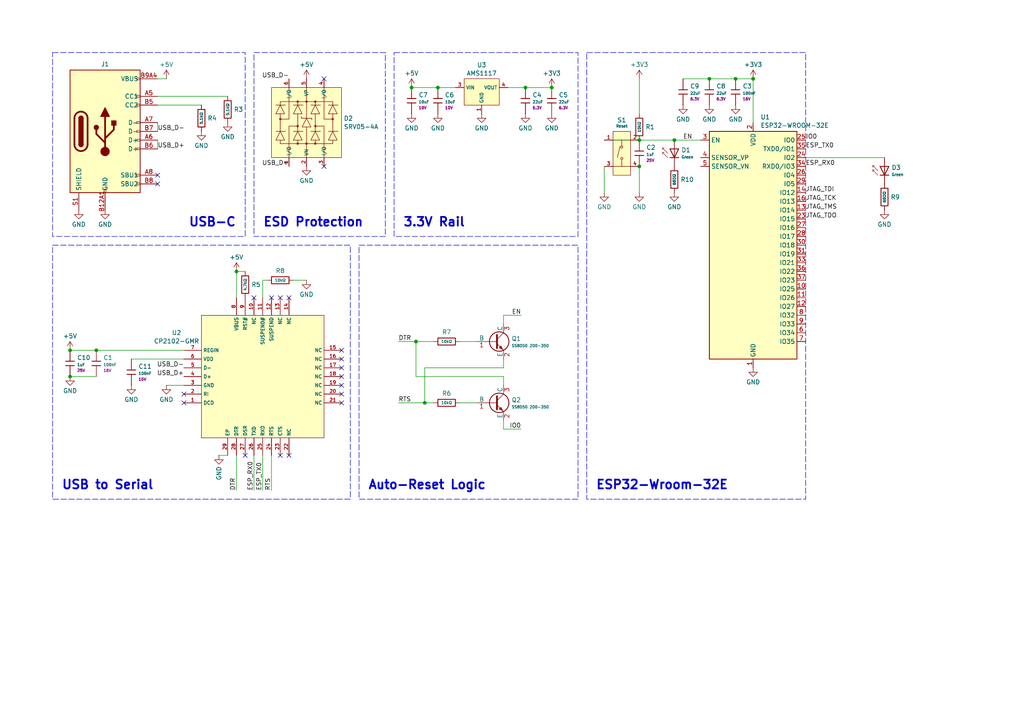
<source format=kicad_sch>
(kicad_sch (version 20250114) (generator "eeschema") (generator_version "9.0")
  (paper "A4")
  (rectangle (start 73.66 15.24) (end 111.76 68.58) (stroke (width 0) (type dash)))
  (rectangle (start 104.14 71.12) (end 167.64 144.78) (stroke (width 0) (type dash)))
  (rectangle (start 170.18 15.24) (end 233.68 144.78) (stroke (width 0) (type dash)))
  (rectangle (start 15.24 71.12) (end 101.6 144.78) (stroke (width 0) (type dash)))
  (rectangle (start 15.24 15.24) (end 71.12 68.58) (stroke (width 0) (type dash)))
  (rectangle (start 114.3 15.24) (end 167.64 68.58) (stroke (width 0) (type dash)))
  (text "Auto-Reset Logic" (at 106.68 142.24 0) (effects (font (size 2.54 2.54) (thickness 0.508) (bold yes)) (justify left bottom)))
  (text "ESP32-Wroom-32E" (at 172.72 142.24 0) (effects (font (size 2.54 2.54) (thickness 0.508) (bold yes)) (justify left bottom)))
  (text "USB-C" (at 68.58 66.04 0) (effects (font (size 2.54 2.54) (thickness 0.508) (bold yes)) (justify right bottom)))
  (text "3.3V Rail" (at 116.84 66.04 0) (effects (font (size 2.54 2.54) (thickness 0.508) (bold yes)) (justify left bottom)))
  (text "ESD Protection" (at 76.2 66.04 0) (effects (font (size 2.54 2.54) (thickness 0.508) (bold yes)) (justify left bottom)))
  (text "USB to Serial" (at 17.78 142.24 0) (effects (font (size 2.54 2.54) (thickness 0.508) (bold yes)) (justify left bottom)))
  (junction (at 218.44 22.86))
  (junction (at 27.94 101.6))
  (junction (at 127 25.4))
  (junction (at 120.65 99.06))
  (junction (at 20.32 109.22))
  (junction (at 119.38 25.4))
  (junction (at 185.42 48.26))
  (junction (at 123.19 116.84))
  (junction (at 213.36 22.86))
  (junction (at 152.4 25.4))
  (junction (at 205.74 22.86))
  (junction (at 20.32 101.6))
  (junction (at 68.58 78.74))
  (junction (at 195.58 40.64))
  (junction (at 160.02 25.4))
  (junction (at 185.42 40.64))
  (no_connect (at 78.74 86.36))
  (no_connect (at 83.82 132.08))
  (no_connect (at 83.82 86.36))
  (no_connect (at 93.98 22.86))
  (no_connect (at 99.06 109.22))
  (no_connect (at 99.06 116.84))
  (no_connect (at 53.34 116.84))
  (no_connect (at 45.72 50.8))
  (no_connect (at 99.06 114.3))
  (no_connect (at 45.72 53.34))
  (no_connect (at 99.06 106.68))
  (no_connect (at 99.06 111.76))
  (no_connect (at 93.98 48.26))
  (no_connect (at 53.34 114.3))
  (no_connect (at 73.66 86.36))
  (no_connect (at 81.28 132.08))
  (no_connect (at 71.12 132.08))
  (no_connect (at 99.06 101.6))
  (no_connect (at 99.06 104.14))
  (no_connect (at 81.28 86.36))
  (wire (pts (xy 27.94 101.6) (xy 53.34 101.6)))
  (wire (pts (xy 76.2 142.24) (xy 76.2 132.08)))
  (wire (pts (xy 45.72 27.94) (xy 66.04 27.94)))
  (wire (pts (xy 76.2 86.36) (xy 76.2 81.28)))
  (wire (pts (xy 213.36 22.86) (xy 218.44 22.86)))
  (wire (pts (xy 160.02 25.4) (xy 152.4 25.4)))
  (wire (pts (xy 146.05 111.76) (xy 146.05 109.22)))
  (wire (pts (xy 123.19 116.84) (xy 125.73 116.84)))
  (wire (pts (xy 146.05 121.92) (xy 146.05 124.46)))
  (wire (pts (xy 48.26 22.86) (xy 45.72 22.86)))
  (wire (pts (xy 133.35 116.84) (xy 138.43 116.84)))
  (wire (pts (xy 120.65 99.06) (xy 125.73 99.06)))
  (wire (pts (xy 20.32 109.22) (xy 27.94 109.22)))
  (wire (pts (xy 147.32 25.4) (xy 152.4 25.4)))
  (wire (pts (xy 205.74 22.86) (xy 213.36 22.86)))
  (wire (pts (xy 127 25.4) (xy 132.08 25.4)))
  (wire (pts (xy 53.34 111.76) (xy 48.26 111.76)))
  (wire (pts (xy 120.65 109.22) (xy 120.65 99.06)))
  (wire (pts (xy 73.66 142.24) (xy 73.66 132.08)))
  (wire (pts (xy 68.58 78.74) (xy 68.58 86.36)))
  (wire (pts (xy 68.58 142.24) (xy 68.58 132.08)))
  (wire (pts (xy 185.42 40.64) (xy 175.26 40.64)))
  (wire (pts (xy 78.74 142.24) (xy 78.74 132.08)))
  (wire (pts (xy 146.05 106.68) (xy 123.19 106.68)))
  (wire (pts (xy 119.38 25.4) (xy 127 25.4)))
  (wire (pts (xy 76.2 81.28) (xy 77.47 81.28)))
  (wire (pts (xy 38.1 104.14) (xy 53.34 104.14)))
  (wire (pts (xy 185.42 33.02) (xy 185.42 22.86)))
  (wire (pts (xy 68.58 78.74) (xy 71.12 78.74)))
  (wire (pts (xy 146.05 91.44) (xy 151.13 91.44)))
  (wire (pts (xy 133.35 99.06) (xy 138.43 99.06)))
  (wire (pts (xy 195.58 40.64) (xy 203.2 40.64)))
  (wire (pts (xy 45.72 35.56) (xy 45.72 38.1)))
  (wire (pts (xy 63.5 132.08) (xy 66.04 132.08)))
  (wire (pts (xy 115.57 116.84) (xy 123.19 116.84)))
  (wire (pts (xy 20.32 101.6) (xy 27.94 101.6)))
  (wire (pts (xy 146.05 124.46) (xy 151.13 124.46)))
  (wire (pts (xy 115.57 99.06) (xy 120.65 99.06)))
  (wire (pts (xy 146.05 93.98) (xy 146.05 91.44)))
  (wire (pts (xy 123.19 106.68) (xy 123.19 116.84)))
  (wire (pts (xy 218.44 22.86) (xy 218.44 35.56)))
  (wire (pts (xy 146.05 109.22) (xy 120.65 109.22)))
  (wire (pts (xy 185.42 48.26) (xy 185.42 55.88)))
  (wire (pts (xy 85.09 81.28) (xy 88.9 81.28)))
  (wire (pts (xy 45.72 30.48) (xy 58.42 30.48)))
  (wire (pts (xy 175.26 48.26) (xy 175.26 55.88)))
  (wire (pts (xy 198.12 22.86) (xy 205.74 22.86)))
  (wire (pts (xy 146.05 104.14) (xy 146.05 106.68)))
  (wire (pts (xy 195.58 40.64) (xy 185.42 40.64)))
  (wire (pts (xy 45.72 40.64) (xy 45.72 43.18)))
  (wire (pts (xy 233.68 45.72) (xy 256.54 45.72)))
  (label "IO0" (at 233.68 40.64 0))
  (label "USB_D-" (at 45.72 38.1 0))
  (label "IO0" (at 151.13 124.46 180))
  (label "JTAG_TDI" (at 233.68 55.88 0))
  (label "EN" (at 151.13 91.44 180))
  (label "ESP_RX0" (at 73.66 142.24 90))
  (label "USB_D-" (at 53.34 106.68 180))
  (label "JTAG_TCK" (at 233.68 58.42 0))
  (label "RTS" (at 78.74 142.24 90))
  (label "ESP_RX0" (at 233.68 48.26 0))
  (label "JTAG_TDO" (at 233.68 63.5 0))
  (label "DTR" (at 115.57 99.06 0))
  (label "USB_D-" (at 83.82 22.86 180))
  (label "ESP_TX0" (at 76.2 142.24 90))
  (label "EN" (at 198.12 40.64 0))
  (label "DTR" (at 68.58 142.24 90))
  (label "USB_D+" (at 53.34 109.22 180))
  (label "JTAG_TMS" (at 233.68 60.96 0))
  (label "USB_D+" (at 45.72 43.18 0))
  (label "RTS" (at 115.57 116.84 0))
  (label "USB_D+" (at 83.82 48.26 180))
  (label "ESP_TX0" (at 233.68 43.18 0))
  (symbol (lib_id "PCM_JLCPCB-Resistors:0402,680Ω") (at 256.54 57.15 0) (unit 1)
    (property "Reference" "R9" (at 258.318 57.15 0) (effects (justify left)))
    (property "Value" "680Ω" (at 256.54 57.15 90) (effects (font (size 0.8 0.8))))
    (property "Footprint" "PCM_JLCPCB:R_0402" (effects (hide yes)))
    (property "Datasheet" "https://www.lcsc.com/datasheet/lcsc_datasheet_2205311900_UNI-ROYAL-Uniroyal-Elec-0402WGF6800TCE_C25130.pdf" (effects (hide yes)))
    (property "Description" "62.5mW Thick Film Resistors 50V ±100ppm/°C ±1% 680Ω 0402 Chip Resistor - Surface Mount ROHS" (effects (hide yes)))
    (property "LCSC" "C25130" (effects (hide yes)))
    (property "Stock" "292311" (effects (hide yes)))
    (property "Price" "0.004USD" (effects (hide yes)))
    (property "Process" "SMT" (effects (hide yes)))
    (property "Minimum Qty" "20" (effects (hide yes)))
    (property "Attrition Qty" "10" (effects (hide yes)))
    (property "Class" "Preferred Component" (effects (hide yes)))
    (property "Category" "Resistors,Chip Resistor - Surface Mount" (effects (hide yes)))
    (property "Manufacturer" "UNI-ROYAL(Uniroyal Elec)" (effects (hide yes)))
    (property "Part" "0402WGF6800TCE" (effects (hide yes)))
    (property "Resistance" "680Ω" (effects (hide yes)))
    (property "Power(Watts)" "62.5mW" (effects (hide yes)))
    (property "Type" "Thick Film Resistors" (effects (hide yes)))
    (property "Overload Voltage (Max)" "50V" (effects (hide yes)))
    (property "Operating Temperature Range" "-55°C~+155°C" (effects (hide yes)))
    (property "Tolerance" "±1%" (effects (hide yes)))
    (property "Temperature Coefficient" "±100ppm/°C" (effects (hide yes)))
  )
  (symbol (lib_id "PCM_JLCPCB-Power:LDO, 3.3V, 1A") (at 139.7 27.94 0) (unit 1)
    (property "Reference" "U3" (at 139.7 18.8425 0))
    (property "Value" "AMS1117" (at 139.7 21.2668 0))
    (property "Footprint" "PCM_JLCPCB:SOT-223-3_L6.5-W3.4-P2.30-LS7.0-BR" (effects (hide yes)))
    (property "Datasheet" "https://www.lcsc.com/datasheet/lcsc_datasheet_2304140030_Advanced-Monolithic-Systems-AMS1117-3-3_C6186.pdf" (effects (hide yes)))
    (property "Description" "72dB@(120Hz) 1A Fixed 3.3V Positive electrode SOT-223 Voltage Regulators - Linear, Low Drop Out (LDO) Regulators ROHS" (effects (hide yes)))
    (property "LCSC" "C6186" (effects (hide yes)))
    (property "Stock" "841567" (effects (hide yes)))
    (property "Price" "0.148USD" (effects (hide yes)))
    (property "Process" "SMT" (effects (hide yes)))
    (property "Minimum Qty" "2" (effects (hide yes)))
    (property "Attrition Qty" "0" (effects (hide yes)))
    (property "Class" "Basic Component" (effects (hide yes)))
    (property "Category" "Power Management ICs,Linear Voltage Regulators (LDO)" (effects (hide yes)))
    (property "Manufacturer" "Advanced Monolithic Systems" (effects (hide yes)))
    (property "Part" "AMS1117-3.3" (effects (hide yes)))
    (property "Number Of Outputs" "1" (effects (hide yes)))
    (property "Output Voltage" "3.3V" (effects (hide yes)))
    (property "Dropout Voltage" "1.3V@(800mA)" (effects (hide yes)))
    (property "Output Current" "1A" (effects (hide yes)))
    (property "Output Type" "Fixed" (effects (hide yes)))
    (property "Output Polarity" "Positive electrode" (effects (hide yes)))
    (property "Power Supply Rejection Ratio (Psrr)" "72dB@(120Hz)" (effects (hide yes)))
    (property "Feature" "Overcurrent Protection(OCP);Thermal Protection(TSD)" (effects (hide yes)))
  )
  (symbol (lib_id "power:GND") (at 38.1 111.76 0) (unit 1)
    (property "Reference" "#PWR024" (effects (hide yes)))
    (property "Value" "GND" (at 38.1 115.8931 0))
    (property "Description" "Power symbol creates a global label with name \"GND\" , ground" (effects (hide yes)))
  )
  (symbol (lib_id "PCM_JLCPCB-Resistors:0402,10kΩ") (at 185.42 36.83 0) (unit 1)
    (property "Reference" "R1" (at 187.198 36.83 0) (effects (justify left)))
    (property "Value" "10kΩ" (at 185.42 36.83 90) (effects (font (size 0.8 0.8))))
    (property "Footprint" "PCM_JLCPCB:R_0402" (effects (hide yes)))
    (property "Datasheet" "https://www.lcsc.com/datasheet/lcsc_datasheet_2411221126_UNI-ROYAL-Uniroyal-Elec-0402WGF1002TCE_C25744.pdf" (effects (hide yes)))
    (property "Description" "62.5mW Thick Film Resistors 50V ±100ppm/°C ±1% 10kΩ 0402 Chip Resistor - Surface Mount ROHS" (effects (hide yes)))
    (property "LCSC" "C25744" (effects (hide yes)))
    (property "Stock" "6986476" (effects (hide yes)))
    (property "Price" "0.004USD" (effects (hide yes)))
    (property "Process" "SMT" (effects (hide yes)))
    (property "Minimum Qty" "5" (effects (hide yes)))
    (property "Attrition Qty" "0" (effects (hide yes)))
    (property "Class" "Basic Component" (effects (hide yes)))
    (property "Category" "Resistors,Chip Resistor - Surface Mount" (effects (hide yes)))
    (property "Manufacturer" "UNI-ROYAL(Uniroyal Elec)" (effects (hide yes)))
    (property "Part" "0402WGF1002TCE" (effects (hide yes)))
    (property "Resistance" "10kΩ" (effects (hide yes)))
    (property "Power(Watts)" "62.5mW" (effects (hide yes)))
    (property "Type" "Thick Film Resistors" (effects (hide yes)))
    (property "Overload Voltage (Max)" "50V" (effects (hide yes)))
    (property "Operating Temperature Range" "-55°C~+155°C" (effects (hide yes)))
    (property "Tolerance" "±1%" (effects (hide yes)))
    (property "Temperature Coefficient" "±100ppm/°C" (effects (hide yes)))
  )
  (symbol (lib_id "PCM_JLCPCB-Transistors:NPN,SS8050 200-350") (at 143.51 99.06 0) (unit 1)
    (property "Reference" "Q1" (at 148.3614 98.226 0) (effects (justify left)))
    (property "Value" "SS8050 200-350" (at 148.3614 100.2722 0) (effects (font (size 0.8 0.8)) (justify left)))
    (property "Footprint" "PCM_JLCPCB:Q_SOT-23" (effects (hide yes)))
    (property "Datasheet" "https://www.lcsc.com/datasheet/lcsc_datasheet_2303221100_Jiangsu-Changjing-Electronics-Technology-Co---Ltd--SS8050-RANGE-200-350_C2150.pdf" (effects (hide yes)))
    (property "Description" "25V 300mW 200@100mA,1V 1.5A NPN SOT-23 Bipolar (BJT) ROHS" (effects (hide yes)))
    (property "LCSC" "C2150" (effects (hide yes)))
    (property "Stock" "2208007" (effects (hide yes)))
    (property "Price" "0.018USD" (effects (hide yes)))
    (property "Process" "SMT" (effects (hide yes)))
    (property "Minimum Qty" "10" (effects (hide yes)))
    (property "Attrition Qty" "5" (effects (hide yes)))
    (property "Class" "Basic Component" (effects (hide yes)))
    (property "Category" "Transistors,Bipolar Transistors - BJT" (effects (hide yes)))
    (property "Manufacturer" "Changjiang Electronics Tech (CJ)" (effects (hide yes)))
    (property "Part" "SS8050(RANGE:200-350)" (effects (hide yes)))
    (property "Transition Frequency (fT)" "100MHz" (effects (hide yes)))
    (property "Operating Temperature" "-55°C~+150°C" (effects (hide yes)))
    (property "Collector Cut-Off Current (Icbo)" "100nA" (effects (hide yes)))
    (property "Transistor Type" "NPN" (effects (hide yes)))
    (property "DC Current Gain (hFE@Ic,Vce)" "200@800mA,1V" (effects (hide yes)))
    (property "Power Dissipation (Pd)" "300mW" (effects (hide yes)))
    (property "Collector Current (Ic)" "1.5A" (effects (hide yes)))
    (property "Collector-Emitter Saturation Voltage (VCE(sat)@Ic,Ib)" "500mV@800mA,80mA" (effects (hide yes)))
    (property "Collector-Emitter Breakdown Voltage (Vceo)" "25V" (effects (hide yes)))
  )
  (symbol (lib_id "power:GND") (at 185.42 55.88 0) (unit 1)
    (property "Reference" "#PWR05" (effects (hide yes)))
    (property "Value" "GND" (at 185.42 60.0131 0))
    (property "Description" "Power symbol creates a global label with name \"GND\" , ground" (effects (hide yes)))
  )
  (symbol (lib_id "PCM_JLCPCB-Resistors:0402,4.7kΩ") (at 71.12 82.55 0) (unit 1)
    (property "Reference" "R5" (at 72.898 82.55 0) (effects (justify left)))
    (property "Value" "4.7kΩ" (at 71.12 82.55 90) (effects (font (size 0.8 0.8))))
    (property "Footprint" "PCM_JLCPCB:R_0402" (effects (hide yes)))
    (property "Datasheet" "https://www.lcsc.com/datasheet/lcsc_datasheet_2206010045_UNI-ROYAL-Uniroyal-Elec-0402WGF4701TCE_C25900.pdf" (effects (hide yes)))
    (property "Description" "62.5mW Thick Film Resistors 50V ±100ppm/°C ±1% 4.7kΩ 0402 Chip Resistor - Surface Mount ROHS" (effects (hide yes)))
    (property "LCSC" "C25900" (effects (hide yes)))
    (property "Stock" "5619796" (effects (hide yes)))
    (property "Price" "0.004USD" (effects (hide yes)))
    (property "Process" "SMT" (effects (hide yes)))
    (property "Minimum Qty" "20" (effects (hide yes)))
    (property "Attrition Qty" "10" (effects (hide yes)))
    (property "Class" "Basic Component" (effects (hide yes)))
    (property "Category" "Resistors,Chip Resistor - Surface Mount" (effects (hide yes)))
    (property "Manufacturer" "UNI-ROYAL(Uniroyal Elec)" (effects (hide yes)))
    (property "Part" "0402WGF4701TCE" (effects (hide yes)))
    (property "Resistance" "4.7kΩ" (effects (hide yes)))
    (property "Power(Watts)" "62.5mW" (effects (hide yes)))
    (property "Type" "Thick Film Resistors" (effects (hide yes)))
    (property "Overload Voltage (Max)" "50V" (effects (hide yes)))
    (property "Operating Temperature Range" "-55°C~+155°C" (effects (hide yes)))
    (property "Tolerance" "±1%" (effects (hide yes)))
    (property "Temperature Coefficient" "±100ppm/°C" (effects (hide yes)))
  )
  (symbol (lib_id "PCM_JLCPCB-Capacitors:0603,10uF") (at 119.38 29.21 0) (unit 1)
    (property "Reference" "C7" (at 121.412 27.542 0) (effects (justify left)))
    (property "Value" "10uF" (at 121.412 29.5882 0) (effects (font (size 0.8 0.8)) (justify left)))
    (property "Footprint" "PCM_JLCPCB:C_0603" (effects (hide yes)))
    (property "Datasheet" "https://www.lcsc.com/datasheet/lcsc_datasheet_2304140030_Samsung-Electro-Mechanics-CL10A106KP8NNNC_C19702.pdf" (effects (hide yes)))
    (property "Description" "10V 10uF X5R ±10% 0603 Multilayer Ceramic Capacitors MLCC - SMD/SMT ROHS" (effects (hide yes)))
    (property "LCSC" "C19702" (effects (hide yes)))
    (property "Stock" "12109100" (effects (hide yes)))
    (property "Price" "0.009USD" (effects (hide yes)))
    (property "Process" "SMT" (effects (hide yes)))
    (property "Minimum Qty" "20" (effects (hide yes)))
    (property "Attrition Qty" "10" (effects (hide yes)))
    (property "Class" "Basic Component" (effects (hide yes)))
    (property "Category" "Capacitors,Multilayer Ceramic Capacitors MLCC - SMD/SMT" (effects (hide yes)))
    (property "Manufacturer" "Samsung Electro-Mechanics" (effects (hide yes)))
    (property "Part" "CL10A106KP8NNNC" (effects (hide yes)))
    (property "Voltage Rated" "10V" (at 121.412 31.2562 0) (effects (font (size 0.8 0.8)) (justify left)))
    (property "Tolerance" "±10%" (effects (hide yes)))
    (property "Capacitance" "10uF" (effects (hide yes)))
    (property "Temperature Coefficient" "X5R" (effects (hide yes)))
  )
  (symbol (lib_id "power:GND") (at 198.12 30.48 0) (unit 1)
    (property "Reference" "#PWR034" (effects (hide yes)))
    (property "Value" "GND" (at 198.12 34.6131 0))
    (property "Description" "Power symbol creates a global label with name \"GND\" , ground" (effects (hide yes)))
  )
  (symbol (lib_id "PCM_JLCPCB-Interface:Transceiver, USB") (at 76.2 109.22 0) (mirror x) (unit 1)
    (property "Reference" "U2" (at 51.2029 96.5139 0))
    (property "Value" "CP2102-GMR" (at 51.2029 98.9382 0))
    (property "Footprint" "PCM_JLCPCB:WQFN-28_L5.0-W5.0-P0.50-BL-EP3.2" (effects (hide yes)))
    (property "Datasheet" "https://www.lcsc.com/datasheet/lcsc_datasheet_1811081920_SKYWORKS-SILICON-LABS-CP2102-GMR_C6568.pdf" (effects (hide yes)))
    (property "Description" "12Mbps Transceiver USB WQFN-28-EP(5x5) USB Converters ROHS" (effects (hide yes)))
    (property "LCSC" "C6568" (effects (hide yes)))
    (property "Stock" "15696" (effects (hide yes)))
    (property "Price" "2.029USD" (effects (hide yes)))
    (property "Process" "SMT" (effects (hide yes)))
    (property "Minimum Qty" "1" (effects (hide yes)))
    (property "Attrition Qty" "0" (effects (hide yes)))
    (property "Class" "Preferred Component" (effects (hide yes)))
    (property "Category" "Interface ICs,USB ICs" (effects (hide yes)))
    (property "Manufacturer" "SILICON LABS" (effects (hide yes)))
    (property "Part" "CP2102-GMR" (effects (hide yes)))
    (property "Protocol" "USB" (effects (hide yes)))
    (property "Supply Voltage" "3V~3.6V" (effects (hide yes)))
    (property "Applications Function" "Transceiver" (effects (hide yes)))
    (property "Data Rate" "12Mbps" (effects (hide yes)))
  )
  (symbol (lib_id "power:+5V") (at 88.9 22.86 0) (unit 1)
    (property "Reference" "#PWR016" (effects (hide yes)))
    (property "Value" "+5V" (at 88.9 18.7269 0))
    (property "Description" "Power symbol creates a global label with name \"+5V\"" (effects (hide yes)))
  )
  (symbol (lib_id "power:+5V") (at 20.32 101.6 0) (unit 1)
    (property "Reference" "#PWR025" (effects (hide yes)))
    (property "Value" "+5V" (at 20.32 97.4669 0))
    (property "Description" "Power symbol creates a global label with name \"+5V\"" (effects (hide yes)))
  )
  (symbol (lib_id "power:GND") (at 88.9 81.28 0) (unit 1)
    (property "Reference" "#PWR029" (effects (hide yes)))
    (property "Value" "GND" (at 88.9 85.4131 0))
    (property "Description" "Power symbol creates a global label with name \"GND\" , ground" (effects (hide yes)))
  )
  (symbol (lib_id "PCM_JLCPCB-Resistors:0402,680Ω") (at 195.58 52.07 0) (unit 1)
    (property "Reference" "R10" (at 197.358 52.07 0) (effects (justify left)))
    (property "Value" "680Ω" (at 195.58 52.07 90) (effects (font (size 0.8 0.8))))
    (property "Footprint" "PCM_JLCPCB:R_0402" (effects (hide yes)))
    (property "Datasheet" "https://www.lcsc.com/datasheet/lcsc_datasheet_2205311900_UNI-ROYAL-Uniroyal-Elec-0402WGF6800TCE_C25130.pdf" (effects (hide yes)))
    (property "Description" "62.5mW Thick Film Resistors 50V ±100ppm/°C ±1% 680Ω 0402 Chip Resistor - Surface Mount ROHS" (effects (hide yes)))
    (property "LCSC" "C25130" (effects (hide yes)))
    (property "Stock" "292311" (effects (hide yes)))
    (property "Price" "0.004USD" (effects (hide yes)))
    (property "Process" "SMT" (effects (hide yes)))
    (property "Minimum Qty" "20" (effects (hide yes)))
    (property "Attrition Qty" "10" (effects (hide yes)))
    (property "Class" "Preferred Component" (effects (hide yes)))
    (property "Category" "Resistors,Chip Resistor - Surface Mount" (effects (hide yes)))
    (property "Manufacturer" "UNI-ROYAL(Uniroyal Elec)" (effects (hide yes)))
    (property "Part" "0402WGF6800TCE" (effects (hide yes)))
    (property "Resistance" "680Ω" (effects (hide yes)))
    (property "Power(Watts)" "62.5mW" (effects (hide yes)))
    (property "Type" "Thick Film Resistors" (effects (hide yes)))
    (property "Overload Voltage (Max)" "50V" (effects (hide yes)))
    (property "Operating Temperature Range" "-55°C~+155°C" (effects (hide yes)))
    (property "Tolerance" "±1%" (effects (hide yes)))
    (property "Temperature Coefficient" "±100ppm/°C" (effects (hide yes)))
  )
  (symbol (lib_id "PCM_JLCPCB-Extended:Connector, USB-TYPE-C-16P") (at 30.48 38.1 0) (unit 1)
    (property "Reference" "J1" (at 30.48 18.5999 0))
    (property "Value" "Connector, USB-TYPE-C-16P" (effects (hide yes)))
    (property "Footprint" "PCM_JLCPCB:TYPE-C-SMD_HX-TYPE-C-16PIN" (effects (hide yes)))
    (property "Datasheet" "https://atta.szlcsc.com/upload/public/pdf/source/20220920/0EF8F885FCCEA71F60E9E85152155021.pdf" (effects (hide yes)))
    (property "Description" "3A 1 Horizontal attachment 16P Female -25℃~+85℃ Type-C SMD USB Connectors ROHS" (effects (hide yes)))
    (property "LCSC" "C2927039" (effects (hide yes)))
  )
  (symbol (lib_id "PCM_JLCPCB-Diode-Packages:Package, SRV05-4A_C20615829") (at 88.9 35.56 0) (unit 1)
    (property "Reference" "D2" (at 99.695 34.3478 0) (effects (justify left)))
    (property "Value" "SRV05-4A" (at 99.695 36.7721 0) (effects (justify left)))
    (property "Footprint" "PCM_JLCPCB:SOT-23-6_L2.9-W1.6-P0.95-LS2.9-BL" (effects (hide yes)))
    (property "Datasheet" "https://wmsc.lcsc.com/wmsc/upload/file/pdf/v2/lcsc/2407101109_hongjiacheng-SRV05-4A_C20615829.pdf" (effects (hide yes)))
    (property "Description" "4A 15V 80W 6V Unidirectional 5V SOT-23-6 ESD and Surge Protection (TVS/ESD) ROHS" (effects (hide yes)))
    (property "LCSC" "C20615829" (effects (hide yes)))
    (property "Stock" "35181" (effects (hide yes)))
    (property "Price" "0.048USD" (effects (hide yes)))
    (property "Process" "SMT" (effects (hide yes)))
    (property "Minimum Qty" "5" (effects (hide yes)))
    (property "Attrition Qty" "4" (effects (hide yes)))
    (property "Class" "Preferred Component" (effects (hide yes)))
    (property "Category" "TVS/Fuse/Board Level Protection,Electrostatic And Surge Protection (TVS/ESD)" (effects (hide yes)))
    (property "Manufacturer" "hongjiacheng" (effects (hide yes)))
    (property "Part" "SRV05-4A" (effects (hide yes)))
  )
  (symbol (lib_id "PCM_JLCPCB-Capacitors:0603,22uF") (at 152.4 29.21 0) (unit 1)
    (property "Reference" "C4" (at 154.432 27.542 0) (effects (justify left)))
    (property "Value" "22uF" (at 154.432 29.5882 0) (effects (font (size 0.8 0.8)) (justify left)))
    (property "Footprint" "PCM_JLCPCB:C_0603" (effects (hide yes)))
    (property "Datasheet" "https://www.lcsc.com/datasheet/lcsc_datasheet_2304140030_Samsung-Electro-Mechanics-CL10A226MQ8NRNC_C59461.pdf" (effects (hide yes)))
    (property "Description" "6.3V 22uF X5R ±20% 0603 Multilayer Ceramic Capacitors MLCC - SMD/SMT ROHS" (effects (hide yes)))
    (property "LCSC" "C59461" (effects (hide yes)))
    (property "Stock" "6712297" (effects (hide yes)))
    (property "Price" "0.010USD" (effects (hide yes)))
    (property "Process" "SMT" (effects (hide yes)))
    (property "Minimum Qty" "20" (effects (hide yes)))
    (property "Attrition Qty" "10" (effects (hide yes)))
    (property "Class" "Basic Component" (effects (hide yes)))
    (property "Category" "Capacitors,Multilayer Ceramic Capacitors MLCC - SMD/SMT" (effects (hide yes)))
    (property "Manufacturer" "Samsung Electro-Mechanics" (effects (hide yes)))
    (property "Part" "CL10A226MQ8NRNC" (effects (hide yes)))
    (property "Voltage Rated" "6.3V" (at 154.432 31.2562 0) (effects (font (size 0.8 0.8)) (justify left)))
    (property "Tolerance" "±20%" (effects (hide yes)))
    (property "Capacitance" "22uF" (effects (hide yes)))
    (property "Temperature Coefficient" "X5R" (effects (hide yes)))
  )
  (symbol (lib_id "PCM_JLCPCB-Transistors:NPN,SS8050 200-350") (at 143.51 116.84 0) (unit 1)
    (property "Reference" "Q2" (at 148.3614 116.006 0) (effects (justify left)))
    (property "Value" "SS8050 200-350" (at 148.3614 118.0522 0) (effects (font (size 0.8 0.8)) (justify left)))
    (property "Footprint" "PCM_JLCPCB:Q_SOT-23" (effects (hide yes)))
    (property "Datasheet" "https://www.lcsc.com/datasheet/lcsc_datasheet_2303221100_Jiangsu-Changjing-Electronics-Technology-Co---Ltd--SS8050-RANGE-200-350_C2150.pdf" (effects (hide yes)))
    (property "Description" "25V 300mW 200@100mA,1V 1.5A NPN SOT-23 Bipolar (BJT) ROHS" (effects (hide yes)))
    (property "LCSC" "C2150" (effects (hide yes)))
    (property "Stock" "2208007" (effects (hide yes)))
    (property "Price" "0.018USD" (effects (hide yes)))
    (property "Process" "SMT" (effects (hide yes)))
    (property "Minimum Qty" "10" (effects (hide yes)))
    (property "Attrition Qty" "5" (effects (hide yes)))
    (property "Class" "Basic Component" (effects (hide yes)))
    (property "Category" "Transistors,Bipolar Transistors - BJT" (effects (hide yes)))
    (property "Manufacturer" "Changjiang Electronics Tech (CJ)" (effects (hide yes)))
    (property "Part" "SS8050(RANGE:200-350)" (effects (hide yes)))
    (property "Transition Frequency (fT)" "100MHz" (effects (hide yes)))
    (property "Operating Temperature" "-55°C~+150°C" (effects (hide yes)))
    (property "Collector Cut-Off Current (Icbo)" "100nA" (effects (hide yes)))
    (property "Transistor Type" "NPN" (effects (hide yes)))
    (property "DC Current Gain (hFE@Ic,Vce)" "200@800mA,1V" (effects (hide yes)))
    (property "Power Dissipation (Pd)" "300mW" (effects (hide yes)))
    (property "Collector Current (Ic)" "1.5A" (effects (hide yes)))
    (property "Collector-Emitter Saturation Voltage (VCE(sat)@Ic,Ib)" "500mV@800mA,80mA" (effects (hide yes)))
    (property "Collector-Emitter Breakdown Voltage (Vceo)" "25V" (effects (hide yes)))
  )
  (symbol (lib_id "PCM_JLCPCB-Diodes:LED,0603,Green") (at 195.58 44.45 0) (unit 1)
    (property "Reference" "D1" (at 197.6119 43.5207 0) (effects (justify left)))
    (property "Value" "Green" (at 197.6119 45.5669 0) (effects (font (size 0.8 0.8)) (justify left)))
    (property "Footprint" "PCM_JLCPCB:D_0603" (effects (hide yes)))
    (property "Datasheet" "https://wmsc.lcsc.com/wmsc/upload/file/pdf/v2/lcsc/2207051802_Everlight-Elec-19-217-GHC-YR1S2-6T_C2986059.pdf" (effects (hide yes)))
    (property "Description" "0603 LED Indication - Discrete ROHS" (effects (hide yes)))
    (property "LCSC" "C2986059" (effects (hide yes)))
    (property "Stock" "229104" (effects (hide yes)))
    (property "Price" "0.022USD" (effects (hide yes)))
    (property "Process" "SMT" (effects (hide yes)))
    (property "Minimum Qty" "20" (effects (hide yes)))
    (property "Attrition Qty" "8" (effects (hide yes)))
    (property "Class" "Preferred Component" (effects (hide yes)))
    (property "Category" "Optocoupler/LED/Digital Tube/Photoelectric Device,Light Emitting Diodes (LED)" (effects (hide yes)))
    (property "Manufacturer" "Everlight Elec" (effects (hide yes)))
    (property "Part" "19-217/GHC-YR1S2/6T" (effects (hide yes)))
  )
  (symbol (lib_id "power:+5V") (at 68.58 78.74 0) (unit 1)
    (property "Reference" "#PWR026" (effects (hide yes)))
    (property "Value" "+5V" (at 68.58 74.6069 0))
    (property "Description" "Power symbol creates a global label with name \"+5V\"" (effects (hide yes)))
  )
  (symbol (lib_id "PCM_JLCPCB-Capacitors:0402,100nF") (at 38.1 107.95 0) (unit 1)
    (property "Reference" "C11" (at 40.132 106.282 0) (effects (justify left)))
    (property "Value" "100nF" (at 40.132 108.3282 0) (effects (font (size 0.8 0.8)) (justify left)))
    (property "Footprint" "PCM_JLCPCB:C_0402" (effects (hide yes)))
    (property "Datasheet" "https://www.lcsc.com/datasheet/lcsc_datasheet_2304140030_Samsung-Electro-Mechanics-CL05B104KO5NNNC_C1525.pdf" (effects (hide yes)))
    (property "Description" "16V 100nF X7R ±10% 0402 Multilayer Ceramic Capacitors MLCC - SMD/SMT ROHS" (effects (hide yes)))
    (property "LCSC" "C1525" (effects (hide yes)))
    (property "Stock" "28276532" (effects (hide yes)))
    (property "Price" "0.004USD" (effects (hide yes)))
    (property "Process" "SMT" (effects (hide yes)))
    (property "Minimum Qty" "20" (effects (hide yes)))
    (property "Attrition Qty" "10" (effects (hide yes)))
    (property "Class" "Basic Component" (effects (hide yes)))
    (property "Category" "Capacitors,Multilayer Ceramic Capacitors MLCC - SMD/SMT" (effects (hide yes)))
    (property "Manufacturer" "Samsung Electro-Mechanics" (effects (hide yes)))
    (property "Part" "CL05B104KO5NNNC" (effects (hide yes)))
    (property "Voltage Rated" "16V" (at 40.132 109.9962 0) (effects (font (size 0.8 0.8)) (justify left)))
    (property "Tolerance" "±10%" (effects (hide yes)))
    (property "Capacitance" "100nF" (effects (hide yes)))
    (property "Temperature Coefficient" "X7R" (effects (hide yes)))
  )
  (symbol (lib_id "PCM_JLCPCB-Capacitors:0402,1uF") (at 185.42 44.45 0) (unit 1)
    (property "Reference" "C2" (at 187.452 42.782 0) (effects (justify left)))
    (property "Value" "1uF" (at 187.452 44.8282 0) (effects (font (size 0.8 0.8)) (justify left)))
    (property "Footprint" "PCM_JLCPCB:C_0402" (effects (hide yes)))
    (property "Datasheet" "https://www.lcsc.com/datasheet/lcsc_datasheet_2304140030_Samsung-Electro-Mechanics-CL05A105KA5NQNC_C52923.pdf" (effects (hide yes)))
    (property "Description" "25V 1uF X5R ±10% 0402 Multilayer Ceramic Capacitors MLCC - SMD/SMT ROHS" (effects (hide yes)))
    (property "LCSC" "C52923" (effects (hide yes)))
    (property "Stock" "8480567" (effects (hide yes)))
    (property "Price" "0.006USD" (effects (hide yes)))
    (property "Process" "SMT" (effects (hide yes)))
    (property "Minimum Qty" "20" (effects (hide yes)))
    (property "Attrition Qty" "10" (effects (hide yes)))
    (property "Class" "Basic Component" (effects (hide yes)))
    (property "Category" "Capacitors,Multilayer Ceramic Capacitors MLCC - SMD/SMT" (effects (hide yes)))
    (property "Manufacturer" "Samsung Electro-Mechanics" (effects (hide yes)))
    (property "Part" "CL05A105KA5NQNC" (effects (hide yes)))
    (property "Voltage Rated" "25V" (at 187.452 46.4962 0) (effects (font (size 0.8 0.8)) (justify left)))
    (property "Tolerance" "±10%" (effects (hide yes)))
    (property "Capacitance" "1uF" (effects (hide yes)))
    (property "Temperature Coefficient" "X5R" (effects (hide yes)))
  )
  (symbol (lib_id "power:GND") (at 20.32 109.22 0) (unit 1)
    (property "Reference" "#PWR021" (effects (hide yes)))
    (property "Value" "GND" (at 20.32 113.3531 0))
    (property "Description" "Power symbol creates a global label with name \"GND\" , ground" (effects (hide yes)))
  )
  (symbol (lib_id "PCM_JLCPCB-Capacitors:0603,10uF") (at 127 29.21 0) (unit 1)
    (property "Reference" "C6" (at 129.032 27.542 0) (effects (justify left)))
    (property "Value" "10uF" (at 129.032 29.5882 0) (effects (font (size 0.8 0.8)) (justify left)))
    (property "Footprint" "PCM_JLCPCB:C_0603" (effects (hide yes)))
    (property "Datasheet" "https://www.lcsc.com/datasheet/lcsc_datasheet_2304140030_Samsung-Electro-Mechanics-CL10A106KP8NNNC_C19702.pdf" (effects (hide yes)))
    (property "Description" "10V 10uF X5R ±10% 0603 Multilayer Ceramic Capacitors MLCC - SMD/SMT ROHS" (effects (hide yes)))
    (property "LCSC" "C19702" (effects (hide yes)))
    (property "Stock" "12109100" (effects (hide yes)))
    (property "Price" "0.009USD" (effects (hide yes)))
    (property "Process" "SMT" (effects (hide yes)))
    (property "Minimum Qty" "20" (effects (hide yes)))
    (property "Attrition Qty" "10" (effects (hide yes)))
    (property "Class" "Basic Component" (effects (hide yes)))
    (property "Category" "Capacitors,Multilayer Ceramic Capacitors MLCC - SMD/SMT" (effects (hide yes)))
    (property "Manufacturer" "Samsung Electro-Mechanics" (effects (hide yes)))
    (property "Part" "CL10A106KP8NNNC" (effects (hide yes)))
    (property "Voltage Rated" "10V" (at 129.032 31.2562 0) (effects (font (size 0.8 0.8)) (justify left)))
    (property "Tolerance" "±10%" (effects (hide yes)))
    (property "Capacitance" "10uF" (effects (hide yes)))
    (property "Temperature Coefficient" "X5R" (effects (hide yes)))
  )
  (symbol (lib_id "power:GND") (at 127 33.02 0) (unit 1)
    (property "Reference" "#PWR08" (effects (hide yes)))
    (property "Value" "GND" (at 127 37.1531 0))
    (property "Description" "Power symbol creates a global label with name \"GND\" , ground" (effects (hide yes)))
  )
  (symbol (lib_id "PCM_JLCPCB-Capacitors:0402,1uF") (at 20.32 105.41 0) (unit 1)
    (property "Reference" "C10" (at 22.352 103.742 0) (effects (justify left)))
    (property "Value" "1uF" (at 22.352 105.7882 0) (effects (font (size 0.8 0.8)) (justify left)))
    (property "Footprint" "PCM_JLCPCB:C_0402" (effects (hide yes)))
    (property "Datasheet" "https://www.lcsc.com/datasheet/lcsc_datasheet_2304140030_Samsung-Electro-Mechanics-CL05A105KA5NQNC_C52923.pdf" (effects (hide yes)))
    (property "Description" "25V 1uF X5R ±10% 0402 Multilayer Ceramic Capacitors MLCC - SMD/SMT ROHS" (effects (hide yes)))
    (property "LCSC" "C52923" (effects (hide yes)))
    (property "Stock" "8480567" (effects (hide yes)))
    (property "Price" "0.006USD" (effects (hide yes)))
    (property "Process" "SMT" (effects (hide yes)))
    (property "Minimum Qty" "20" (effects (hide yes)))
    (property "Attrition Qty" "10" (effects (hide yes)))
    (property "Class" "Basic Component" (effects (hide yes)))
    (property "Category" "Capacitors,Multilayer Ceramic Capacitors MLCC - SMD/SMT" (effects (hide yes)))
    (property "Manufacturer" "Samsung Electro-Mechanics" (effects (hide yes)))
    (property "Part" "CL05A105KA5NQNC" (effects (hide yes)))
    (property "Voltage Rated" "25V" (at 22.352 107.4562 0) (effects (font (size 0.8 0.8)) (justify left)))
    (property "Tolerance" "±10%" (effects (hide yes)))
    (property "Capacitance" "1uF" (effects (hide yes)))
    (property "Temperature Coefficient" "X5R" (effects (hide yes)))
  )
  (symbol (lib_id "power:GND") (at 139.7 33.02 0) (unit 1)
    (property "Reference" "#PWR09" (effects (hide yes)))
    (property "Value" "GND" (at 139.7 37.1531 0))
    (property "Description" "Power symbol creates a global label with name \"GND\" , ground" (effects (hide yes)))
  )
  (symbol (lib_id "PCM_JLCPCB-Capacitors:0402,100nF") (at 213.36 26.67 0) (unit 1)
    (property "Reference" "C3" (at 215.392 25.002 0) (effects (justify left)))
    (property "Value" "100nF" (at 215.392 27.0482 0) (effects (font (size 0.8 0.8)) (justify left)))
    (property "Footprint" "PCM_JLCPCB:C_0402" (effects (hide yes)))
    (property "Datasheet" "https://www.lcsc.com/datasheet/lcsc_datasheet_2304140030_Samsung-Electro-Mechanics-CL05B104KO5NNNC_C1525.pdf" (effects (hide yes)))
    (property "Description" "16V 100nF X7R ±10% 0402 Multilayer Ceramic Capacitors MLCC - SMD/SMT ROHS" (effects (hide yes)))
    (property "LCSC" "C1525" (effects (hide yes)))
    (property "Stock" "28276532" (effects (hide yes)))
    (property "Price" "0.004USD" (effects (hide yes)))
    (property "Process" "SMT" (effects (hide yes)))
    (property "Minimum Qty" "20" (effects (hide yes)))
    (property "Attrition Qty" "10" (effects (hide yes)))
    (property "Class" "Basic Component" (effects (hide yes)))
    (property "Category" "Capacitors,Multilayer Ceramic Capacitors MLCC - SMD/SMT" (effects (hide yes)))
    (property "Manufacturer" "Samsung Electro-Mechanics" (effects (hide yes)))
    (property "Part" "CL05B104KO5NNNC" (effects (hide yes)))
    (property "Voltage Rated" "16V" (at 215.392 28.7162 0) (effects (font (size 0.8 0.8)) (justify left)))
    (property "Tolerance" "±10%" (effects (hide yes)))
    (property "Capacitance" "100nF" (effects (hide yes)))
    (property "Temperature Coefficient" "X7R" (effects (hide yes)))
  )
  (symbol (lib_id "power:GND") (at 30.48 60.96 0) (unit 1)
    (property "Reference" "#PWR018" (effects (hide yes)))
    (property "Value" "GND" (at 30.48 65.0931 0))
    (property "Description" "Power symbol creates a global label with name \"GND\" , ground" (effects (hide yes)))
  )
  (symbol (lib_id "PCM_JLCPCB-Capacitors:0603,22uF") (at 160.02 29.21 0) (unit 1)
    (property "Reference" "C5" (at 162.052 27.542 0) (effects (justify left)))
    (property "Value" "22uF" (at 162.052 29.5882 0) (effects (font (size 0.8 0.8)) (justify left)))
    (property "Footprint" "PCM_JLCPCB:C_0603" (effects (hide yes)))
    (property "Datasheet" "https://www.lcsc.com/datasheet/lcsc_datasheet_2304140030_Samsung-Electro-Mechanics-CL10A226MQ8NRNC_C59461.pdf" (effects (hide yes)))
    (property "Description" "6.3V 22uF X5R ±20% 0603 Multilayer Ceramic Capacitors MLCC - SMD/SMT ROHS" (effects (hide yes)))
    (property "LCSC" "C59461" (effects (hide yes)))
    (property "Stock" "6712297" (effects (hide yes)))
    (property "Price" "0.010USD" (effects (hide yes)))
    (property "Process" "SMT" (effects (hide yes)))
    (property "Minimum Qty" "20" (effects (hide yes)))
    (property "Attrition Qty" "10" (effects (hide yes)))
    (property "Class" "Basic Component" (effects (hide yes)))
    (property "Category" "Capacitors,Multilayer Ceramic Capacitors MLCC - SMD/SMT" (effects (hide yes)))
    (property "Manufacturer" "Samsung Electro-Mechanics" (effects (hide yes)))
    (property "Part" "CL10A226MQ8NRNC" (effects (hide yes)))
    (property "Voltage Rated" "6.3V" (at 162.052 31.2562 0) (effects (font (size 0.8 0.8)) (justify left)))
    (property "Tolerance" "±20%" (effects (hide yes)))
    (property "Capacitance" "22uF" (effects (hide yes)))
    (property "Temperature Coefficient" "X5R" (effects (hide yes)))
  )
  (symbol (lib_id "power:GND") (at 195.58 55.88 0) (unit 1)
    (property "Reference" "#PWR012" (effects (hide yes)))
    (property "Value" "GND" (at 195.58 60.0131 0))
    (property "Description" "Power symbol creates a global label with name \"GND\" , ground" (effects (hide yes)))
  )
  (symbol (lib_id "power:GND") (at 213.36 30.48 0) (unit 1)
    (property "Reference" "#PWR032" (effects (hide yes)))
    (property "Value" "GND" (at 213.36 34.6131 0))
    (property "Description" "Power symbol creates a global label with name \"GND\" , ground" (effects (hide yes)))
  )
  (symbol (lib_id "power:GND") (at 58.42 38.1 0) (unit 1)
    (property "Reference" "#PWR019" (effects (hide yes)))
    (property "Value" "GND" (at 58.42 42.2331 0))
    (property "Description" "Power symbol creates a global label with name \"GND\" , ground" (effects (hide yes)))
  )
  (symbol (lib_id "power:GND") (at 205.74 30.48 0) (unit 1)
    (property "Reference" "#PWR033" (effects (hide yes)))
    (property "Value" "GND" (at 205.74 34.6131 0))
    (property "Description" "Power symbol creates a global label with name \"GND\" , ground" (effects (hide yes)))
  )
  (symbol (lib_id "PCM_JLCPCB-Diodes:LED,0603,Green") (at 256.54 49.53 0) (unit 1)
    (property "Reference" "D3" (at 258.5719 48.6007 0) (effects (justify left)))
    (property "Value" "Green" (at 258.5719 50.6469 0) (effects (font (size 0.8 0.8)) (justify left)))
    (property "Footprint" "PCM_JLCPCB:D_0603" (effects (hide yes)))
    (property "Datasheet" "https://wmsc.lcsc.com/wmsc/upload/file/pdf/v2/lcsc/2207051802_Everlight-Elec-19-217-GHC-YR1S2-6T_C2986059.pdf" (effects (hide yes)))
    (property "Description" "0603 LED Indication - Discrete ROHS" (effects (hide yes)))
    (property "LCSC" "C2986059" (effects (hide yes)))
    (property "Stock" "229104" (effects (hide yes)))
    (property "Price" "0.022USD" (effects (hide yes)))
    (property "Process" "SMT" (effects (hide yes)))
    (property "Minimum Qty" "20" (effects (hide yes)))
    (property "Attrition Qty" "8" (effects (hide yes)))
    (property "Class" "Preferred Component" (effects (hide yes)))
    (property "Category" "Optocoupler/LED/Digital Tube/Photoelectric Device,Light Emitting Diodes (LED)" (effects (hide yes)))
    (property "Manufacturer" "Everlight Elec" (effects (hide yes)))
    (property "Part" "19-217/GHC-YR1S2/6T" (effects (hide yes)))
  )
  (symbol (lib_id "power:GND") (at 175.26 55.88 0) (unit 1)
    (property "Reference" "#PWR06" (effects (hide yes)))
    (property "Value" "GND" (at 175.26 60.0131 0))
    (property "Description" "Power symbol creates a global label with name \"GND\" , ground" (effects (hide yes)))
  )
  (symbol (lib_id "power:GND") (at 48.26 111.76 0) (mirror y) (unit 1)
    (property "Reference" "#PWR022" (effects (hide yes)))
    (property "Value" "GND" (at 48.26 115.8931 0))
    (property "Description" "Power symbol creates a global label with name \"GND\" , ground" (effects (hide yes)))
  )
  (symbol (lib_id "power:GND") (at 218.44 106.68 0) (unit 1)
    (property "Reference" "#PWR030" (effects (hide yes)))
    (property "Value" "GND" (at 218.44 110.8131 0))
    (property "Description" "Power symbol creates a global label with name \"GND\" , ground" (effects (hide yes)))
  )
  (symbol (lib_id "PCM_JLCPCB-Capacitors:0402,100nF") (at 27.94 105.41 0) (unit 1)
    (property "Reference" "C1" (at 29.972 103.742 0) (effects (justify left)))
    (property "Value" "100nF" (at 29.972 105.7882 0) (effects (font (size 0.8 0.8)) (justify left)))
    (property "Footprint" "PCM_JLCPCB:C_0402" (effects (hide yes)))
    (property "Datasheet" "https://www.lcsc.com/datasheet/lcsc_datasheet_2304140030_Samsung-Electro-Mechanics-CL05B104KO5NNNC_C1525.pdf" (effects (hide yes)))
    (property "Description" "16V 100nF X7R ±10% 0402 Multilayer Ceramic Capacitors MLCC - SMD/SMT ROHS" (effects (hide yes)))
    (property "LCSC" "C1525" (effects (hide yes)))
    (property "Stock" "28276532" (effects (hide yes)))
    (property "Price" "0.004USD" (effects (hide yes)))
    (property "Process" "SMT" (effects (hide yes)))
    (property "Minimum Qty" "20" (effects (hide yes)))
    (property "Attrition Qty" "10" (effects (hide yes)))
    (property "Class" "Basic Component" (effects (hide yes)))
    (property "Category" "Capacitors,Multilayer Ceramic Capacitors MLCC - SMD/SMT" (effects (hide yes)))
    (property "Manufacturer" "Samsung Electro-Mechanics" (effects (hide yes)))
    (property "Part" "CL05B104KO5NNNC" (effects (hide yes)))
    (property "Voltage Rated" "16V" (at 29.972 107.4562 0) (effects (font (size 0.8 0.8)) (justify left)))
    (property "Tolerance" "±10%" (effects (hide yes)))
    (property "Capacitance" "100nF" (effects (hide yes)))
    (property "Temperature Coefficient" "X7R" (effects (hide yes)))
  )
  (symbol (lib_id "PCM_JLCPCB-Connectors_Buttons:Tactile Button, 160gf") (at 180.34 43.18 0) (unit 1)
    (property "Reference" "S1" (at 180.34 34.8389 0))
    (property "Value" "Reset" (at 180.34 36.576 0) (effects (font (size 0.8 0.8))))
    (property "Footprint" "PCM_JLCPCB:SW-SMD_4P-L5.1-W5.1-P3.70-LS6.5-TL-2" (effects (hide yes)))
    (property "Datasheet" "https://www.lcsc.com/datasheet/lcsc_datasheet_2304140030_XKB-Connection-TS-1187A-B-A-B_C318884.pdf" (effects (hide yes)))
    (property "Description" "None Without 50mA 5.1mm 100000 Times 160gf 12V 5.1mm 1.5mm Round Button Standing paste SPST SMD Tactile Switches ROHS" (effects (hide yes)))
    (property "LCSC" "C318884" (effects (hide yes)))
    (property "Stock" "269189" (effects (hide yes)))
    (property "Price" "0.025USD" (effects (hide yes)))
    (property "Process" "SMT" (effects (hide yes)))
    (property "Minimum Qty" "10" (effects (hide yes)))
    (property "Attrition Qty" "5" (effects (hide yes)))
    (property "Class" "Basic Component" (effects (hide yes)))
    (property "Category" "Switches,Tactile Switches" (effects (hide yes)))
    (property "Manufacturer" "XKB Connectivity" (effects (hide yes)))
    (property "Part" "TS-1187A-B-A-B" (effects (hide yes)))
    (property "Switch Length" "5.1mm" (effects (hide yes)))
    (property "Voltage Rating (Dc)" "12V" (effects (hide yes)))
    (property "With Lamp" "No" (effects (hide yes)))
    (property "Operating Force" "160gf" (effects (hide yes)))
    (property "Actuator/Cap Color" "Golden" (effects (hide yes)))
    (property "Mechanical Life" "100000 Times" (effects (hide yes)))
    (property "Strike Gundam" "NO" (effects (hide yes)))
    (property "Circuit" "SPST" (effects (hide yes)))
    (property "Switch Height" "1.5mm" (effects (hide yes)))
    (property "Actuator Style" "Round Button" (effects (hide yes)))
    (property "Switch Width" "5.1mm" (effects (hide yes)))
    (property "Contact Current" "50mA" (effects (hide yes)))
    (property "Operating Temperature" "-30°C~+85°C" (effects (hide yes)))
    (property "Mounting Style" "Brick nogging" (effects (hide yes)))
  )
  (symbol (lib_id "PCM_JLCPCB-Capacitors:0603,22uF") (at 198.12 26.67 0) (unit 1)
    (property "Reference" "C9" (at 200.152 25.002 0) (effects (justify left)))
    (property "Value" "22uF" (at 200.152 27.0482 0) (effects (font (size 0.8 0.8)) (justify left)))
    (property "Footprint" "PCM_JLCPCB:C_0603" (effects (hide yes)))
    (property "Datasheet" "https://www.lcsc.com/datasheet/lcsc_datasheet_2304140030_Samsung-Electro-Mechanics-CL10A226MQ8NRNC_C59461.pdf" (effects (hide yes)))
    (property "Description" "6.3V 22uF X5R ±20% 0603 Multilayer Ceramic Capacitors MLCC - SMD/SMT ROHS" (effects (hide yes)))
    (property "LCSC" "C59461" (effects (hide yes)))
    (property "Stock" "6712297" (effects (hide yes)))
    (property "Price" "0.010USD" (effects (hide yes)))
    (property "Process" "SMT" (effects (hide yes)))
    (property "Minimum Qty" "20" (effects (hide yes)))
    (property "Attrition Qty" "10" (effects (hide yes)))
    (property "Class" "Basic Component" (effects (hide yes)))
    (property "Category" "Capacitors,Multilayer Ceramic Capacitors MLCC - SMD/SMT" (effects (hide yes)))
    (property "Manufacturer" "Samsung Electro-Mechanics" (effects (hide yes)))
    (property "Part" "CL10A226MQ8NRNC" (effects (hide yes)))
    (property "Voltage Rated" "6.3V" (at 200.152 28.7162 0) (effects (font (size 0.8 0.8)) (justify left)))
    (property "Tolerance" "±20%" (effects (hide yes)))
    (property "Capacitance" "22uF" (effects (hide yes)))
    (property "Temperature Coefficient" "X5R" (effects (hide yes)))
  )
  (symbol (lib_id "power:+3V3") (at 218.44 22.86 0) (unit 1)
    (property "Reference" "#PWR02" (effects (hide yes)))
    (property "Value" "+3V3" (at 218.44 18.7269 0))
    (property "Description" "Power symbol creates a global label with name \"+3V3\"" (effects (hide yes)))
  )
  (symbol (lib_id "PCM_JLCPCB-Capacitors:0603,22uF") (at 205.74 26.67 0) (unit 1)
    (property "Reference" "C8" (at 207.772 25.002 0) (effects (justify left)))
    (property "Value" "22uF" (at 207.772 27.0482 0) (effects (font (size 0.8 0.8)) (justify left)))
    (property "Footprint" "PCM_JLCPCB:C_0603" (effects (hide yes)))
    (property "Datasheet" "https://www.lcsc.com/datasheet/lcsc_datasheet_2304140030_Samsung-Electro-Mechanics-CL10A226MQ8NRNC_C59461.pdf" (effects (hide yes)))
    (property "Description" "6.3V 22uF X5R ±20% 0603 Multilayer Ceramic Capacitors MLCC - SMD/SMT ROHS" (effects (hide yes)))
    (property "LCSC" "C59461" (effects (hide yes)))
    (property "Stock" "6712297" (effects (hide yes)))
    (property "Price" "0.010USD" (effects (hide yes)))
    (property "Process" "SMT" (effects (hide yes)))
    (property "Minimum Qty" "20" (effects (hide yes)))
    (property "Attrition Qty" "10" (effects (hide yes)))
    (property "Class" "Basic Component" (effects (hide yes)))
    (property "Category" "Capacitors,Multilayer Ceramic Capacitors MLCC - SMD/SMT" (effects (hide yes)))
    (property "Manufacturer" "Samsung Electro-Mechanics" (effects (hide yes)))
    (property "Part" "CL10A226MQ8NRNC" (effects (hide yes)))
    (property "Voltage Rated" "6.3V" (at 207.772 28.7162 0) (effects (font (size 0.8 0.8)) (justify left)))
    (property "Tolerance" "±20%" (effects (hide yes)))
    (property "Capacitance" "22uF" (effects (hide yes)))
    (property "Temperature Coefficient" "X5R" (effects (hide yes)))
  )
  (symbol (lib_id "power:GND") (at 22.86 60.96 0) (unit 1)
    (property "Reference" "#PWR028" (effects (hide yes)))
    (property "Value" "GND" (at 22.86 65.0931 0))
    (property "Description" "Power symbol creates a global label with name \"GND\" , ground" (effects (hide yes)))
  )
  (symbol (lib_id "power:GND") (at 63.5 132.08 0) (mirror y) (unit 1)
    (property "Reference" "#PWR023" (effects (hide yes)))
    (property "Value" "GND" (at 63.5 135.255 90) (effects (justify right)))
    (property "Description" "Power symbol creates a global label with name \"GND\" , ground" (effects (hide yes)))
  )
  (symbol (lib_id "power:+5V") (at 119.38 25.4 0) (unit 1)
    (property "Reference" "#PWR07" (effects (hide yes)))
    (property "Value" "+5V" (at 119.38 21.2669 0))
    (property "Description" "Power symbol creates a global label with name \"+5V\"" (effects (hide yes)))
  )
  (symbol (lib_id "PCM_JLCPCB-Resistors:0402,5.1kΩ") (at 66.04 31.75 0) (unit 1)
    (property "Reference" "R3" (at 67.818 31.75 0) (effects (justify left)))
    (property "Value" "5.1kΩ" (at 66.04 31.75 90) (effects (font (size 0.8 0.8))))
    (property "Footprint" "PCM_JLCPCB:R_0402" (effects (hide yes)))
    (property "Datasheet" "https://www.lcsc.com/datasheet/lcsc_datasheet_2206010045_UNI-ROYAL-Uniroyal-Elec-0402WGF5101TCE_C25905.pdf" (effects (hide yes)))
    (property "Description" "62.5mW Thick Film Resistors 50V ±100ppm/°C ±1% 5.1kΩ 0402 Chip Resistor - Surface Mount ROHS" (effects (hide yes)))
    (property "LCSC" "C25905" (effects (hide yes)))
    (property "Stock" "2612832" (effects (hide yes)))
    (property "Price" "0.004USD" (effects (hide yes)))
    (property "Process" "SMT" (effects (hide yes)))
    (property "Minimum Qty" "20" (effects (hide yes)))
    (property "Attrition Qty" "10" (effects (hide yes)))
    (property "Class" "Basic Component" (effects (hide yes)))
    (property "Category" "Resistors,Chip Resistor - Surface Mount" (effects (hide yes)))
    (property "Manufacturer" "UNI-ROYAL(Uniroyal Elec)" (effects (hide yes)))
    (property "Part" "0402WGF5101TCE" (effects (hide yes)))
    (property "Resistance" "5.1kΩ" (effects (hide yes)))
    (property "Power(Watts)" "62.5mW" (effects (hide yes)))
    (property "Type" "Thick Film Resistors" (effects (hide yes)))
    (property "Overload Voltage (Max)" "50V" (effects (hide yes)))
    (property "Operating Temperature Range" "-55°C~+155°C" (effects (hide yes)))
    (property "Tolerance" "±1%" (effects (hide yes)))
    (property "Temperature Coefficient" "±100ppm/°C" (effects (hide yes)))
  )
  (symbol (lib_id "PCM_JLCPCB-Resistors:0402,10kΩ") (at 129.54 99.06 90) (unit 1)
    (property "Reference" "R7" (at 129.54 96.3239 90))
    (property "Value" "10kΩ" (at 129.54 99.06 90) (effects (font (size 0.8 0.8))))
    (property "Footprint" "PCM_JLCPCB:R_0402" (effects (hide yes)))
    (property "Datasheet" "https://www.lcsc.com/datasheet/lcsc_datasheet_2411221126_UNI-ROYAL-Uniroyal-Elec-0402WGF1002TCE_C25744.pdf" (effects (hide yes)))
    (property "Description" "62.5mW Thick Film Resistors 50V ±100ppm/°C ±1% 10kΩ 0402 Chip Resistor - Surface Mount ROHS" (effects (hide yes)))
    (property "LCSC" "C25744" (effects (hide yes)))
    (property "Stock" "6986476" (effects (hide yes)))
    (property "Price" "0.004USD" (effects (hide yes)))
    (property "Process" "SMT" (effects (hide yes)))
    (property "Minimum Qty" "5" (effects (hide yes)))
    (property "Attrition Qty" "0" (effects (hide yes)))
    (property "Class" "Basic Component" (effects (hide yes)))
    (property "Category" "Resistors,Chip Resistor - Surface Mount" (effects (hide yes)))
    (property "Manufacturer" "UNI-ROYAL(Uniroyal Elec)" (effects (hide yes)))
    (property "Part" "0402WGF1002TCE" (effects (hide yes)))
    (property "Resistance" "10kΩ" (effects (hide yes)))
    (property "Power(Watts)" "62.5mW" (effects (hide yes)))
    (property "Type" "Thick Film Resistors" (effects (hide yes)))
    (property "Overload Voltage (Max)" "50V" (effects (hide yes)))
    (property "Operating Temperature Range" "-55°C~+155°C" (effects (hide yes)))
    (property "Tolerance" "±1%" (effects (hide yes)))
    (property "Temperature Coefficient" "±100ppm/°C" (effects (hide yes)))
  )
  (symbol (lib_id "power:GND") (at 88.9 48.26 0) (unit 1)
    (property "Reference" "#PWR017" (effects (hide yes)))
    (property "Value" "GND" (at 88.9 52.3931 0))
    (property "Description" "Power symbol creates a global label with name \"GND\" , ground" (effects (hide yes)))
  )
  (symbol (lib_id "PCM_JLCPCB-Resistors:0402,10kΩ") (at 81.28 81.28 90) (unit 1)
    (property "Reference" "R8" (at 81.28 78.5439 90))
    (property "Value" "10kΩ" (at 81.28 81.28 90) (effects (font (size 0.8 0.8))))
    (property "Footprint" "PCM_JLCPCB:R_0402" (effects (hide yes)))
    (property "Datasheet" "https://www.lcsc.com/datasheet/lcsc_datasheet_2411221126_UNI-ROYAL-Uniroyal-Elec-0402WGF1002TCE_C25744.pdf" (effects (hide yes)))
    (property "Description" "62.5mW Thick Film Resistors 50V ±100ppm/°C ±1% 10kΩ 0402 Chip Resistor - Surface Mount ROHS" (effects (hide yes)))
    (property "LCSC" "C25744" (effects (hide yes)))
    (property "Stock" "6986476" (effects (hide yes)))
    (property "Price" "0.004USD" (effects (hide yes)))
    (property "Process" "SMT" (effects (hide yes)))
    (property "Minimum Qty" "5" (effects (hide yes)))
    (property "Attrition Qty" "0" (effects (hide yes)))
    (property "Class" "Basic Component" (effects (hide yes)))
    (property "Category" "Resistors,Chip Resistor - Surface Mount" (effects (hide yes)))
    (property "Manufacturer" "UNI-ROYAL(Uniroyal Elec)" (effects (hide yes)))
    (property "Part" "0402WGF1002TCE" (effects (hide yes)))
    (property "Resistance" "10kΩ" (effects (hide yes)))
    (property "Power(Watts)" "62.5mW" (effects (hide yes)))
    (property "Type" "Thick Film Resistors" (effects (hide yes)))
    (property "Overload Voltage (Max)" "50V" (effects (hide yes)))
    (property "Operating Temperature Range" "-55°C~+155°C" (effects (hide yes)))
    (property "Tolerance" "±1%" (effects (hide yes)))
    (property "Temperature Coefficient" "±100ppm/°C" (effects (hide yes)))
  )
  (symbol (lib_id "PCM_JLCPCB-Resistors:0402,10kΩ") (at 129.54 116.84 90) (unit 1)
    (property "Reference" "R6" (at 129.54 114.1039 90))
    (property "Value" "10kΩ" (at 129.54 116.84 90) (effects (font (size 0.8 0.8))))
    (property "Footprint" "PCM_JLCPCB:R_0402" (effects (hide yes)))
    (property "Datasheet" "https://www.lcsc.com/datasheet/lcsc_datasheet_2411221126_UNI-ROYAL-Uniroyal-Elec-0402WGF1002TCE_C25744.pdf" (effects (hide yes)))
    (property "Description" "62.5mW Thick Film Resistors 50V ±100ppm/°C ±1% 10kΩ 0402 Chip Resistor - Surface Mount ROHS" (effects (hide yes)))
    (property "LCSC" "C25744" (effects (hide yes)))
    (property "Stock" "6986476" (effects (hide yes)))
    (property "Price" "0.004USD" (effects (hide yes)))
    (property "Process" "SMT" (effects (hide yes)))
    (property "Minimum Qty" "5" (effects (hide yes)))
    (property "Attrition Qty" "0" (effects (hide yes)))
    (property "Class" "Basic Component" (effects (hide yes)))
    (property "Category" "Resistors,Chip Resistor - Surface Mount" (effects (hide yes)))
    (property "Manufacturer" "UNI-ROYAL(Uniroyal Elec)" (effects (hide yes)))
    (property "Part" "0402WGF1002TCE" (effects (hide yes)))
    (property "Resistance" "10kΩ" (effects (hide yes)))
    (property "Power(Watts)" "62.5mW" (effects (hide yes)))
    (property "Type" "Thick Film Resistors" (effects (hide yes)))
    (property "Overload Voltage (Max)" "50V" (effects (hide yes)))
    (property "Operating Temperature Range" "-55°C~+155°C" (effects (hide yes)))
    (property "Tolerance" "±1%" (effects (hide yes)))
    (property "Temperature Coefficient" "±100ppm/°C" (effects (hide yes)))
  )
  (symbol (lib_id "power:+3V3") (at 185.42 22.86 0) (unit 1)
    (property "Reference" "#PWR03" (effects (hide yes)))
    (property "Value" "+3V3" (at 185.42 18.7269 0))
    (property "Description" "Power symbol creates a global label with name \"+3V3\"" (effects (hide yes)))
  )
  (symbol (lib_id "RF_Module:ESP32-WROOM-32E") (at 218.44 71.12 0) (unit 1)
    (property "Reference" "U1" (at 220.5833 33.9555 0) (effects (justify left)))
    (property "Value" "ESP32-WROOM-32E" (at 220.5833 36.3798 0) (effects (justify left)))
    (property "Footprint" "RF_Module:ESP32-WROOM-32D" (effects (hide yes)))
    (property "Datasheet" "https://www.espressif.com/sites/default/files/documentation/esp32-wroom-32e_esp32-wroom-32ue_datasheet_en.pdf" (effects (hide yes)))
    (property "Description" "RF Module, ESP32-D0WD-V3 SoC, without PSRAM, Wi-Fi 802.11b/g/n, Bluetooth, BLE, 32-bit, 2.7-3.6V, onboard antenna, SMD" (effects (hide yes)))
    (property "LCSC" "C701341" (effects (hide yes)))
  )
  (symbol (lib_id "power:+5V") (at 48.26 22.86 0) (unit 1)
    (property "Reference" "#PWR015" (effects (hide yes)))
    (property "Value" "+5V" (at 48.26 18.7269 0))
    (property "Description" "Power symbol creates a global label with name \"+5V\"" (effects (hide yes)))
  )
  (symbol (lib_id "power:GND") (at 119.38 33.02 0) (unit 1)
    (property "Reference" "#PWR013" (effects (hide yes)))
    (property "Value" "GND" (at 119.38 37.1531 0))
    (property "Description" "Power symbol creates a global label with name \"GND\" , ground" (effects (hide yes)))
  )
  (symbol (lib_id "power:GND") (at 160.02 33.02 0) (unit 1)
    (property "Reference" "#PWR014" (effects (hide yes)))
    (property "Value" "GND" (at 160.02 37.1531 0))
    (property "Description" "Power symbol creates a global label with name \"GND\" , ground" (effects (hide yes)))
  )
  (symbol (lib_id "power:+3V3") (at 160.02 25.4 0) (unit 1)
    (property "Reference" "#PWR011" (effects (hide yes)))
    (property "Value" "+3V3" (at 160.02 21.2669 0))
    (property "Description" "Power symbol creates a global label with name \"+3V3\"" (effects (hide yes)))
  )
  (symbol (lib_id "PCM_JLCPCB-Resistors:0402,5.1kΩ") (at 58.42 34.29 0) (unit 1)
    (property "Reference" "R4" (at 60.198 34.29 0) (effects (justify left)))
    (property "Value" "5.1kΩ" (at 58.42 34.29 90) (effects (font (size 0.8 0.8))))
    (property "Footprint" "PCM_JLCPCB:R_0402" (effects (hide yes)))
    (property "Datasheet" "https://www.lcsc.com/datasheet/lcsc_datasheet_2206010045_UNI-ROYAL-Uniroyal-Elec-0402WGF5101TCE_C25905.pdf" (effects (hide yes)))
    (property "Description" "62.5mW Thick Film Resistors 50V ±100ppm/°C ±1% 5.1kΩ 0402 Chip Resistor - Surface Mount ROHS" (effects (hide yes)))
    (property "LCSC" "C25905" (effects (hide yes)))
    (property "Stock" "2612832" (effects (hide yes)))
    (property "Price" "0.004USD" (effects (hide yes)))
    (property "Process" "SMT" (effects (hide yes)))
    (property "Minimum Qty" "20" (effects (hide yes)))
    (property "Attrition Qty" "10" (effects (hide yes)))
    (property "Class" "Basic Component" (effects (hide yes)))
    (property "Category" "Resistors,Chip Resistor - Surface Mount" (effects (hide yes)))
    (property "Manufacturer" "UNI-ROYAL(Uniroyal Elec)" (effects (hide yes)))
    (property "Part" "0402WGF5101TCE" (effects (hide yes)))
    (property "Resistance" "5.1kΩ" (effects (hide yes)))
    (property "Power(Watts)" "62.5mW" (effects (hide yes)))
    (property "Type" "Thick Film Resistors" (effects (hide yes)))
    (property "Overload Voltage (Max)" "50V" (effects (hide yes)))
    (property "Operating Temperature Range" "-55°C~+155°C" (effects (hide yes)))
    (property "Tolerance" "±1%" (effects (hide yes)))
    (property "Temperature Coefficient" "±100ppm/°C" (effects (hide yes)))
  )
  (symbol (lib_id "power:GND") (at 152.4 33.02 0) (unit 1)
    (property "Reference" "#PWR010" (effects (hide yes)))
    (property "Value" "GND" (at 152.4 37.1531 0))
    (property "Description" "Power symbol creates a global label with name \"GND\" , ground" (effects (hide yes)))
  )
  (symbol (lib_id "power:GND") (at 66.04 35.56 0) (unit 1)
    (property "Reference" "#PWR020" (effects (hide yes)))
    (property "Value" "GND" (at 66.04 39.6931 0))
    (property "Description" "Power symbol creates a global label with name \"GND\" , ground" (effects (hide yes)))
  )
  (symbol (lib_id "power:GND") (at 256.54 60.96 0) (unit 1)
    (property "Reference" "#PWR031" (effects (hide yes)))
    (property "Value" "GND" (at 256.54 65.0931 0))
    (property "Description" "Power symbol creates a global label with name \"GND\" , ground" (effects (hide yes)))
  )
)
</source>
